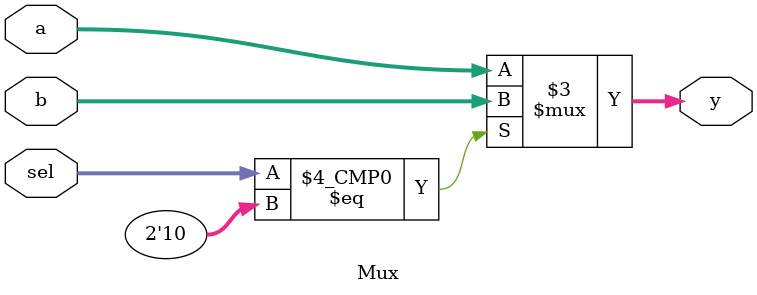
<source format=v>
module Mux #(
  parameter WIDTH = 32,
  parameter SLAVE_COUNT = 2
)(
  input      [SLAVE_COUNT-1:0]     sel,
  input      [WIDTH-1:0]           a,
  input      [WIDTH-1:0]           b,
  output reg [WIDTH-1:0]           y
);

  always @(sel, a, b) begin
    case(sel)
      2'b01   : y = a;
      2'b10   : y = b;
      default : y = a;
    endcase
  end 

endmodule

</source>
